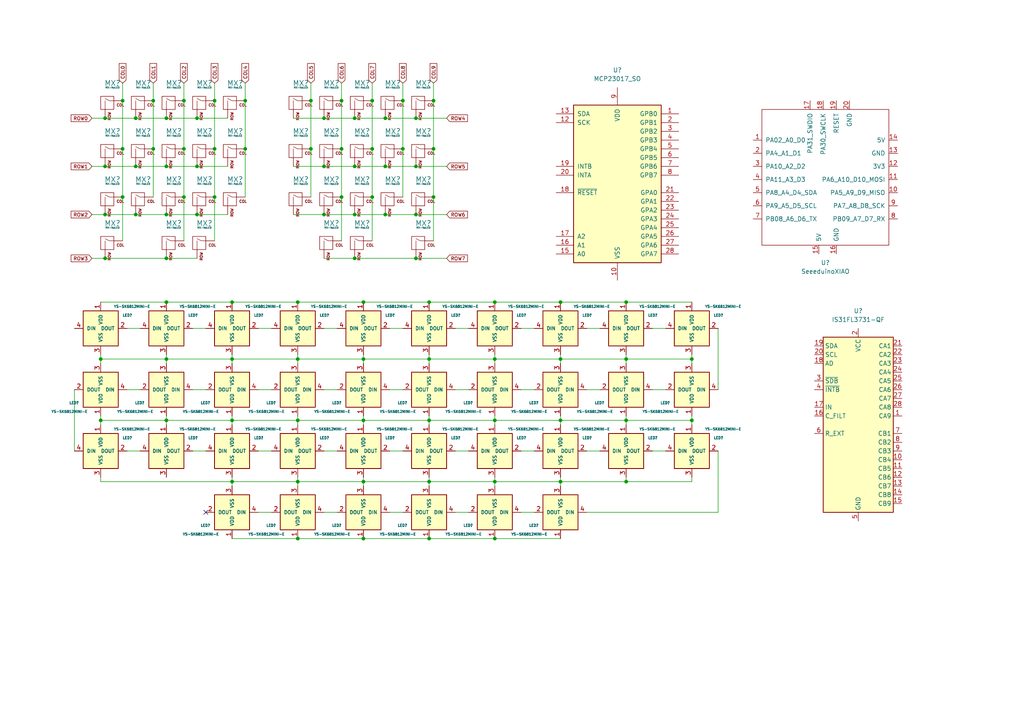
<source format=kicad_sch>
(kicad_sch (version 20210621) (generator eeschema)
  (paper "A4")
  (title_block (title "qazlice") (date "2021-11-16") (rev "1") (company "waffle"))
  (lib_symbols
    (symbol "Driver_LED:IS31FL3731-QF"
      (property "Reference" "U" (at -10.16 26.035 0))
      (property "Value" "IS31FL3731-QF" (at 2.54 -26.035 0))
      (symbol "IS31FL3731-QF_0_1"
        (rectangle (start -10.16 25.4) (end 10.16 -25.4) (stroke (width 0.254)) (fill (type background)))
      )
      (symbol "IS31FL3731-QF_1_1"
        (pin bidirectional line (at 12.7 2.54 180) (length 2.54) (name "CA9") (number "1"))
        (pin bidirectional line (at 12.7 -10.16 180) (length 2.54) (name "CB4") (number "10"))
        (pin bidirectional line (at 12.7 -12.7 180) (length 2.54) (name "CB5") (number "11"))
        (pin bidirectional line (at 12.7 -15.24 180) (length 2.54) (name "CB6") (number "12"))
        (pin bidirectional line (at 12.7 -17.78 180) (length 2.54) (name "CB7") (number "13"))
        (pin bidirectional line (at 12.7 -20.32 180) (length 2.54) (name "CB8") (number "14"))
        (pin bidirectional line (at 12.7 -22.86 180) (length 2.54) (name "CB9") (number "15"))
        (pin passive line (at -12.7 2.54 0) (length 2.54) (name "C_FILT") (number "16"))
        (pin input line (at -12.7 5.08 0) (length 2.54) (name "IN") (number "17"))
        (pin input line (at -12.7 17.78 0) (length 2.54) (name "AD") (number "18"))
        (pin bidirectional line (at -12.7 22.86 0) (length 2.54) (name "SDA") (number "19"))
        (pin power_in line (at 0 27.94 270) (length 2.54) (name "VCC") (number "2"))
        (pin input line (at -12.7 20.32 0) (length 2.54) (name "SCL") (number "20"))
        (pin bidirectional line (at 12.7 22.86 180) (length 2.54) (name "CA1") (number "21"))
        (pin bidirectional line (at 12.7 20.32 180) (length 2.54) (name "CA2") (number "22"))
        (pin bidirectional line (at 12.7 17.78 180) (length 2.54) (name "CA3") (number "23"))
        (pin bidirectional line (at 12.7 15.24 180) (length 2.54) (name "CA4") (number "24"))
        (pin bidirectional line (at 12.7 12.7 180) (length 2.54) (name "CA5") (number "25"))
        (pin bidirectional line (at 12.7 10.16 180) (length 2.54) (name "CA6") (number "26"))
        (pin bidirectional line (at 12.7 7.62 180) (length 2.54) (name "CA7") (number "27"))
        (pin bidirectional line (at 12.7 5.08 180) (length 2.54) (name "CA8") (number "28"))
        (pin passive line (at 0 -27.94 90) (length 2.54) hide (name "GND") (number "29"))
        (pin input line (at -12.7 12.7 0) (length 2.54) (name "~{SDB}") (number "3"))
        (pin open_collector line (at -12.7 10.16 0) (length 2.54) (name "~{INTB}") (number "4"))
        (pin power_in line (at 0 -27.94 90) (length 2.54) (name "GND") (number "5"))
        (pin passive line (at -12.7 -2.54 0) (length 2.54) (name "R_EXT") (number "6"))
        (pin bidirectional line (at 12.7 -2.54 180) (length 2.54) (name "CB1") (number "7"))
        (pin bidirectional line (at 12.7 -5.08 180) (length 2.54) (name "CB2") (number "8"))
        (pin bidirectional line (at 12.7 -7.62 180) (length 2.54) (name "CB3") (number "9"))
      )
    )
    (symbol "Interface_Expansion:MCP23017_SO" (pin_names (offset 1.016))
      (property "Reference" "U" (at -11.43 24.13 0))
      (property "Value" "MCP23017_SO" (at 0 0 0))
      (symbol "MCP23017_SO_0_1"
        (rectangle (start -12.7 22.86) (end 12.7 -22.86) (stroke (width 0.254)) (fill (type background)))
      )
      (symbol "MCP23017_SO_1_1"
        (pin bidirectional line (at 17.78 20.32 180) (length 5.08) (name "GPB0") (number "1"))
        (pin power_in line (at 0 -27.94 90) (length 5.08) (name "VSS") (number "10"))
        (pin no_connect line (at -12.7 15.24 0) (length 5.08) hide (name "NC") (number "11"))
        (pin input line (at -17.78 17.78 0) (length 5.08) (name "SCK") (number "12"))
        (pin bidirectional line (at -17.78 20.32 0) (length 5.08) (name "SDA") (number "13"))
        (pin no_connect line (at -12.7 12.7 0) (length 5.08) hide (name "NC") (number "14"))
        (pin input line (at -17.78 -20.32 0) (length 5.08) (name "A0") (number "15"))
        (pin input line (at -17.78 -17.78 0) (length 5.08) (name "A1") (number "16"))
        (pin input line (at -17.78 -15.24 0) (length 5.08) (name "A2") (number "17"))
        (pin input line (at -17.78 -2.54 0) (length 5.08) (name "~{RESET}") (number "18"))
        (pin tri_state line (at -17.78 5.08 0) (length 5.08) (name "INTB") (number "19"))
        (pin bidirectional line (at 17.78 17.78 180) (length 5.08) (name "GPB1") (number "2"))
        (pin tri_state line (at -17.78 2.54 0) (length 5.08) (name "INTA") (number "20"))
        (pin bidirectional line (at 17.78 -2.54 180) (length 5.08) (name "GPA0") (number "21"))
        (pin bidirectional line (at 17.78 -5.08 180) (length 5.08) (name "GPA1") (number "22"))
        (pin bidirectional line (at 17.78 -7.62 180) (length 5.08) (name "GPA2") (number "23"))
        (pin bidirectional line (at 17.78 -10.16 180) (length 5.08) (name "GPA3") (number "24"))
        (pin bidirectional line (at 17.78 -12.7 180) (length 5.08) (name "GPA4") (number "25"))
        (pin bidirectional line (at 17.78 -15.24 180) (length 5.08) (name "GPA5") (number "26"))
        (pin bidirectional line (at 17.78 -17.78 180) (length 5.08) (name "GPA6") (number "27"))
        (pin bidirectional line (at 17.78 -20.32 180) (length 5.08) (name "GPA7") (number "28"))
        (pin bidirectional line (at 17.78 15.24 180) (length 5.08) (name "GPB2") (number "3"))
        (pin bidirectional line (at 17.78 12.7 180) (length 5.08) (name "GPB3") (number "4"))
        (pin bidirectional line (at 17.78 10.16 180) (length 5.08) (name "GPB4") (number "5"))
        (pin bidirectional line (at 17.78 7.62 180) (length 5.08) (name "GPB5") (number "6"))
        (pin bidirectional line (at 17.78 5.08 180) (length 5.08) (name "GPB6") (number "7"))
        (pin bidirectional line (at 17.78 2.54 180) (length 5.08) (name "GPB7") (number "8"))
        (pin power_in line (at 0 27.94 270) (length 5.08) (name "VDD") (number "9"))
      )
    )
    (symbol "MX_Alps_Hybrid:MX-NoLED" (pin_names (offset 1.016))
      (property "Reference" "MX" (at -0.635 3.81 0))
      (property "Value" "MX-NoLED" (at -0.635 1.27 0))
      (symbol "MX-NoLED_0_0"
        (rectangle (start -2.54 2.54) (end 1.27 -1.27))
        (polyline (pts (xy -1.27 -1.27) (xy -1.27 1.27)) (stroke (width 0.127)))
        (polyline (pts (xy 1.27 1.27) (xy 0 1.27) (xy -1.27 1.905)) (stroke (width 0.127)))
        (text "COL" (at 3.175 0 0) (effects (font (size 0.762 0.762))))
        (text "ROW" (at 0 -1.905 900) (effects (font (size 0.762 0.762)) (justify right)))
      )
      (symbol "MX-NoLED_1_1"
        (pin passive line (at 3.81 1.27 180) (length 2.54) (name "COL") (number "1"))
        (pin passive line (at -1.27 -3.81 90) (length 2.54) (name "ROW") (number "2"))
      )
    )
    (symbol "kbd:YS-SK6812MINI-E" (pin_names (offset 1.016))
      (property "Reference" "LED" (at 2.54 -7.62 0))
      (property "Value" "YS-SK6812MINI-E" (at 6.35 -6.35 0))
      (symbol "YS-SK6812MINI-E_0_1"
        (rectangle (start -5.08 5.08) (end 5.08 -5.08) (stroke (width 0.254)) (fill (type background)))
      )
      (symbol "YS-SK6812MINI-E_1_1"
        (pin power_in line (at 0 7.62 270) (length 2.54) (name "VDD") (number "1"))
        (pin output line (at 7.62 0 180) (length 2.54) (name "DOUT") (number "2"))
        (pin power_in line (at 0 -7.62 90) (length 2.54) (name "VSS") (number "3"))
        (pin input line (at -7.62 0 0) (length 2.54) (name "DIN") (number "4"))
      )
    )
    (symbol "seeeduinoXiao:SeeeduinoXIAO" (pin_names (offset 1.016))
      (property "Reference" "U" (at -19.05 22.86 0))
      (property "Value" "SeeeduinoXIAO" (at -12.7 21.59 0))
      (symbol "SeeeduinoXIAO_0_1"
        (rectangle (start -19.05 20.32) (end 17.78 -19.05))
      )
      (symbol "SeeeduinoXIAO_1_1"
        (pin unspecified line (at -21.59 11.43 0) (length 2.54) (name "PA02_A0_D0") (number "1"))
        (pin unspecified line (at 20.32 -3.81 180) (length 2.54) (name "PA5_A9_D9_MISO") (number "10"))
        (pin unspecified line (at 20.32 0 180) (length 2.54) (name "PA6_A10_D10_MOSI") (number "11"))
        (pin unspecified line (at 20.32 3.81 180) (length 2.54) (name "3V3") (number "12"))
        (pin unspecified line (at 20.32 7.62 180) (length 2.54) (name "GND") (number "13"))
        (pin unspecified line (at 20.32 11.43 180) (length 2.54) (name "5V") (number "14"))
        (pin input line (at -2.54 -21.59 90) (length 2.54) (name "5V") (number "15"))
        (pin input line (at 2.54 -21.59 90) (length 2.54) (name "GND") (number "16"))
        (pin input line (at -5.08 22.86 270) (length 2.54) (name "PA31_SWDIO") (number "17"))
        (pin input line (at -1.27 22.86 270) (length 2.54) (name "PA30_SWCLK") (number "18"))
        (pin input line (at 2.54 22.86 270) (length 2.54) (name "RESET") (number "19"))
        (pin unspecified line (at -21.59 7.62 0) (length 2.54) (name "PA4_A1_D1") (number "2"))
        (pin input line (at 6.35 22.86 270) (length 2.54) (name "GND") (number "20"))
        (pin unspecified line (at -21.59 3.81 0) (length 2.54) (name "PA10_A2_D2") (number "3"))
        (pin unspecified line (at -21.59 0 0) (length 2.54) (name "PA11_A3_D3") (number "4"))
        (pin unspecified line (at -21.59 -3.81 0) (length 2.54) (name "PA8_A4_D4_SDA") (number "5"))
        (pin unspecified line (at -21.59 -7.62 0) (length 2.54) (name "PA9_A5_D5_SCL") (number "6"))
        (pin unspecified line (at -21.59 -11.43 0) (length 2.54) (name "PB08_A6_D6_TX") (number "7"))
        (pin unspecified line (at 20.32 -11.43 180) (length 2.54) (name "PB09_A7_D7_RX") (number "8"))
        (pin unspecified line (at 20.32 -7.62 180) (length 2.54) (name "PA7_A8_D8_SCK") (number "9"))
      )
    )
  )
  (junction (at 102.87 74.93))
  (junction (at 67.31 104.14))
  (junction (at 35.56 57.15))
  (junction (at 102.87 48.26))
  (junction (at 86.36 156.21))
  (junction (at 99.06 43.18))
  (junction (at 93.98 48.26))
  (junction (at 35.56 29.21))
  (junction (at 48.26 87.63))
  (junction (at 124.46 104.14))
  (junction (at 124.46 156.21))
  (junction (at 29.21 121.92))
  (junction (at 57.15 48.26))
  (junction (at 111.76 48.26))
  (junction (at 124.46 121.92))
  (junction (at 111.76 34.29))
  (junction (at 62.23 57.15))
  (junction (at 90.17 43.18))
  (junction (at 107.95 43.18))
  (junction (at 30.48 74.93))
  (junction (at 62.23 29.21))
  (junction (at 162.56 139.7))
  (junction (at 200.66 104.14))
  (junction (at 86.36 104.14))
  (junction (at 111.76 62.23))
  (junction (at 116.84 29.21))
  (junction (at 181.61 104.14))
  (junction (at 107.95 57.15))
  (junction (at 143.51 121.92))
  (junction (at 71.12 43.18))
  (junction (at 57.15 34.29))
  (junction (at 53.34 29.21))
  (junction (at 71.12 29.21))
  (junction (at 124.46 87.63))
  (junction (at 62.23 43.18))
  (junction (at 93.98 34.29))
  (junction (at 105.41 121.92))
  (junction (at 67.31 87.63))
  (junction (at 120.65 74.93))
  (junction (at 53.34 43.18))
  (junction (at 181.61 121.92))
  (junction (at 143.51 104.14))
  (junction (at 181.61 87.63))
  (junction (at 30.48 48.26))
  (junction (at 86.36 87.63))
  (junction (at 120.65 34.29))
  (junction (at 86.36 121.92))
  (junction (at 67.31 121.92))
  (junction (at 102.87 34.29))
  (junction (at 35.56 43.18))
  (junction (at 48.26 48.26))
  (junction (at 48.26 74.93))
  (junction (at 124.46 139.7))
  (junction (at 39.37 48.26))
  (junction (at 30.48 62.23))
  (junction (at 143.51 139.7))
  (junction (at 39.37 62.23))
  (junction (at 67.31 139.7))
  (junction (at 44.45 29.21))
  (junction (at 120.65 62.23))
  (junction (at 44.45 43.18))
  (junction (at 143.51 87.63))
  (junction (at 107.95 29.21))
  (junction (at 39.37 34.29))
  (junction (at 102.87 62.23))
  (junction (at 181.61 139.7))
  (junction (at 90.17 29.21))
  (junction (at 125.73 43.18))
  (junction (at 99.06 29.21))
  (junction (at 162.56 87.63))
  (junction (at 120.65 48.26))
  (junction (at 48.26 62.23))
  (junction (at 86.36 139.7))
  (junction (at 57.15 62.23))
  (junction (at 29.21 104.14))
  (junction (at 48.26 34.29))
  (junction (at 105.41 139.7))
  (junction (at 143.51 156.21))
  (junction (at 105.41 104.14))
  (junction (at 125.73 29.21))
  (junction (at 105.41 156.21))
  (junction (at 116.84 43.18))
  (junction (at 105.41 87.63))
  (junction (at 30.48 34.29))
  (junction (at 125.73 57.15))
  (junction (at 93.98 62.23))
  (junction (at 162.56 104.14))
  (junction (at 162.56 121.92))
  (junction (at 48.26 104.14))
  (junction (at 53.34 57.15))
  (junction (at 200.66 121.92))
  (junction (at 48.26 121.92))
  (junction (at 99.06 57.15))
  (no_connect (at 59.69 148.59))
  (wire (pts (xy 67.31 102.87) (xy 67.31 104.14)))
  (wire (pts (xy 74.93 95.25) (xy 78.74 95.25)))
  (wire (pts (xy 30.48 62.23) (xy 39.37 62.23)))
  (wire (pts (xy 39.37 62.23) (xy 48.26 62.23)))
  (wire (pts (xy 57.15 62.23) (xy 66.04 62.23)))
  (wire (pts (xy 48.26 62.23) (xy 57.15 62.23)))
  (wire (pts (xy 26.67 62.23) (xy 30.48 62.23)))
  (wire (pts (xy 132.08 95.25) (xy 135.89 95.25)))
  (wire (pts (xy 44.45 43.18) (xy 44.45 57.15)))
  (wire (pts (xy 44.45 29.21) (xy 44.45 43.18)))
  (wire (pts (xy 36.83 95.25) (xy 40.64 95.25)))
  (wire (pts (xy 143.51 156.21) (xy 162.56 156.21)))
  (wire (pts (xy 67.31 156.21) (xy 86.36 156.21)))
  (wire (pts (xy 86.36 156.21) (xy 105.41 156.21)))
  (wire (pts (xy 105.41 156.21) (xy 124.46 156.21)))
  (wire (pts (xy 124.46 156.21) (xy 143.51 156.21)))
  (wire (pts (xy 85.09 62.23) (xy 93.98 62.23)))
  (wire (pts (xy 93.98 62.23) (xy 102.87 62.23)))
  (wire (pts (xy 111.76 62.23) (xy 120.65 62.23)))
  (wire (pts (xy 102.87 62.23) (xy 111.76 62.23)))
  (wire (pts (xy 120.65 62.23) (xy 129.54 62.23)))
  (wire (pts (xy 181.61 104.14) (xy 181.61 105.41)))
  (wire (pts (xy 93.98 148.59) (xy 97.79 148.59)))
  (wire (pts (xy 71.12 24.13) (xy 71.12 29.21)))
  (wire (pts (xy 181.61 120.65) (xy 181.61 121.92)))
  (wire (pts (xy 86.36 121.92) (xy 86.36 123.19)))
  (wire (pts (xy 86.36 120.65) (xy 86.36 121.92)))
  (wire (pts (xy 124.46 102.87) (xy 124.46 104.14)))
  (wire (pts (xy 170.18 130.81) (xy 173.99 130.81)))
  (wire (pts (xy 74.93 148.59) (xy 78.74 148.59)))
  (wire (pts (xy 67.31 139.7) (xy 86.36 139.7)))
  (wire (pts (xy 29.21 139.7) (xy 67.31 139.7)))
  (wire (pts (xy 29.21 138.43) (xy 29.21 139.7)))
  (wire (pts (xy 200.66 139.7) (xy 200.66 138.43)))
  (wire (pts (xy 181.61 139.7) (xy 200.66 139.7)))
  (wire (pts (xy 162.56 139.7) (xy 181.61 139.7)))
  (wire (pts (xy 143.51 139.7) (xy 162.56 139.7)))
  (wire (pts (xy 124.46 139.7) (xy 143.51 139.7)))
  (wire (pts (xy 105.41 139.7) (xy 124.46 139.7)))
  (wire (pts (xy 86.36 139.7) (xy 105.41 139.7)))
  (wire (pts (xy 67.31 138.43) (xy 67.31 139.7)))
  (wire (pts (xy 29.21 121.92) (xy 29.21 123.19)))
  (wire (pts (xy 86.36 139.7) (xy 86.36 140.97)))
  (wire (pts (xy 30.48 74.93) (xy 48.26 74.93)))
  (wire (pts (xy 48.26 74.93) (xy 57.15 74.93)))
  (wire (pts (xy 26.67 74.93) (xy 30.48 74.93)))
  (wire (pts (xy 151.13 95.25) (xy 154.94 95.25)))
  (wire (pts (xy 105.41 121.92) (xy 105.41 123.19)))
  (wire (pts (xy 125.73 43.18) (xy 125.73 57.15)))
  (wire (pts (xy 125.73 29.21) (xy 125.73 43.18)))
  (wire (pts (xy 125.73 24.13) (xy 125.73 29.21)))
  (wire (pts (xy 125.73 57.15) (xy 125.73 69.85)))
  (wire (pts (xy 111.76 34.29) (xy 120.65 34.29)))
  (wire (pts (xy 85.09 34.29) (xy 93.98 34.29)))
  (wire (pts (xy 93.98 34.29) (xy 102.87 34.29)))
  (wire (pts (xy 120.65 34.29) (xy 129.54 34.29)))
  (wire (pts (xy 102.87 34.29) (xy 111.76 34.29)))
  (wire (pts (xy 90.17 43.18) (xy 90.17 57.15)))
  (wire (pts (xy 90.17 29.21) (xy 90.17 43.18)))
  (wire (pts (xy 90.17 24.13) (xy 90.17 29.21)))
  (wire (pts (xy 55.88 130.81) (xy 59.69 130.81)))
  (wire (pts (xy 55.88 95.25) (xy 59.69 95.25)))
  (wire (pts (xy 55.88 113.03) (xy 59.69 113.03)))
  (wire (pts (xy 116.84 43.18) (xy 116.84 57.15)))
  (wire (pts (xy 116.84 29.21) (xy 116.84 43.18)))
  (wire (pts (xy 116.84 24.13) (xy 116.84 29.21)))
  (wire (pts (xy 200.66 121.92) (xy 200.66 123.19)))
  (wire (pts (xy 162.56 102.87) (xy 162.56 104.14)))
  (wire (pts (xy 93.98 74.93) (xy 102.87 74.93)))
  (wire (pts (xy 102.87 74.93) (xy 120.65 74.93)))
  (wire (pts (xy 120.65 74.93) (xy 129.54 74.93)))
  (wire (pts (xy 62.23 24.13) (xy 62.23 29.21)))
  (wire (pts (xy 151.13 130.81) (xy 154.94 130.81)))
  (wire (pts (xy 29.21 120.65) (xy 29.21 121.92)))
  (wire (pts (xy 48.26 120.65) (xy 48.26 121.92)))
  (wire (pts (xy 93.98 130.81) (xy 97.79 130.81)))
  (wire (pts (xy 67.31 120.65) (xy 67.31 121.92)))
  (wire (pts (xy 99.06 43.18) (xy 99.06 57.15)))
  (wire (pts (xy 99.06 24.13) (xy 99.06 29.21)))
  (wire (pts (xy 99.06 29.21) (xy 99.06 43.18)))
  (wire (pts (xy 181.61 121.92) (xy 181.61 123.19)))
  (wire (pts (xy 67.31 121.92) (xy 67.31 123.19)))
  (wire (pts (xy 113.03 130.81) (xy 116.84 130.81)))
  (wire (pts (xy 62.23 43.18) (xy 62.23 57.15)))
  (wire (pts (xy 62.23 29.21) (xy 62.23 43.18)))
  (wire (pts (xy 62.23 57.15) (xy 62.23 69.85)))
  (wire (pts (xy 113.03 95.25) (xy 116.84 95.25)))
  (wire (pts (xy 162.56 104.14) (xy 162.56 105.41)))
  (wire (pts (xy 170.18 113.03) (xy 173.99 113.03)))
  (wire (pts (xy 35.56 57.15) (xy 35.56 69.85)))
  (wire (pts (xy 35.56 43.18) (xy 35.56 57.15)))
  (wire (pts (xy 35.56 29.21) (xy 35.56 43.18)))
  (wire (pts (xy 208.28 130.81) (xy 208.28 148.59)))
  (wire (pts (xy 208.28 148.59) (xy 170.18 148.59)))
  (wire (pts (xy 208.28 95.25) (xy 208.28 113.03)))
  (wire (pts (xy 189.23 130.81) (xy 193.04 130.81)))
  (wire (pts (xy 67.31 121.92) (xy 86.36 121.92)))
  (wire (pts (xy 48.26 121.92) (xy 67.31 121.92)))
  (wire (pts (xy 29.21 121.92) (xy 48.26 121.92)))
  (wire (pts (xy 86.36 121.92) (xy 105.41 121.92)))
  (wire (pts (xy 162.56 121.92) (xy 181.61 121.92)))
  (wire (pts (xy 200.66 121.92) (xy 200.66 120.65)))
  (wire (pts (xy 181.61 121.92) (xy 200.66 121.92)))
  (wire (pts (xy 143.51 121.92) (xy 162.56 121.92)))
  (wire (pts (xy 124.46 121.92) (xy 143.51 121.92)))
  (wire (pts (xy 105.41 121.92) (xy 124.46 121.92)))
  (wire (pts (xy 48.26 121.92) (xy 48.26 123.19)))
  (wire (pts (xy 181.61 138.43) (xy 181.61 139.7)))
  (wire (pts (xy 132.08 130.81) (xy 135.89 130.81)))
  (wire (pts (xy 143.51 139.7) (xy 143.51 140.97)))
  (wire (pts (xy 67.31 104.14) (xy 67.31 105.41)))
  (wire (pts (xy 53.34 24.13) (xy 53.34 29.21)))
  (wire (pts (xy 124.46 139.7) (xy 124.46 140.97)))
  (wire (pts (xy 107.95 43.18) (xy 107.95 57.15)))
  (wire (pts (xy 107.95 24.13) (xy 107.95 29.21)))
  (wire (pts (xy 107.95 29.21) (xy 107.95 43.18)))
  (wire (pts (xy 107.95 57.15) (xy 107.95 69.85)))
  (wire (pts (xy 105.41 102.87) (xy 105.41 104.14)))
  (wire (pts (xy 44.45 24.13) (xy 44.45 29.21)))
  (wire (pts (xy 143.51 138.43) (xy 143.51 139.7)))
  (wire (pts (xy 36.83 130.81) (xy 40.64 130.81)))
  (wire (pts (xy 36.83 113.03) (xy 40.64 113.03)))
  (wire (pts (xy 48.26 104.14) (xy 29.21 104.14)))
  (wire (pts (xy 67.31 104.14) (xy 48.26 104.14)))
  (wire (pts (xy 86.36 104.14) (xy 67.31 104.14)))
  (wire (pts (xy 105.41 104.14) (xy 86.36 104.14)))
  (wire (pts (xy 162.56 104.14) (xy 143.51 104.14)))
  (wire (pts (xy 181.61 104.14) (xy 162.56 104.14)))
  (wire (pts (xy 124.46 104.14) (xy 105.41 104.14)))
  (wire (pts (xy 143.51 104.14) (xy 124.46 104.14)))
  (wire (pts (xy 200.66 104.14) (xy 181.61 104.14)))
  (wire (pts (xy 29.21 104.14) (xy 29.21 105.41)))
  (wire (pts (xy 99.06 57.15) (xy 99.06 69.85)))
  (wire (pts (xy 93.98 113.03) (xy 97.79 113.03)))
  (wire (pts (xy 48.26 102.87) (xy 48.26 104.14)))
  (wire (pts (xy 86.36 102.87) (xy 86.36 104.14)))
  (wire (pts (xy 132.08 148.59) (xy 135.89 148.59)))
  (wire (pts (xy 143.51 104.14) (xy 143.51 105.41)))
  (wire (pts (xy 124.46 138.43) (xy 124.46 139.7)))
  (wire (pts (xy 67.31 87.63) (xy 86.36 87.63)))
  (wire (pts (xy 86.36 87.63) (xy 105.41 87.63)))
  (wire (pts (xy 143.51 87.63) (xy 162.56 87.63)))
  (wire (pts (xy 181.61 87.63) (xy 200.66 87.63)))
  (wire (pts (xy 162.56 87.63) (xy 181.61 87.63)))
  (wire (pts (xy 124.46 87.63) (xy 143.51 87.63)))
  (wire (pts (xy 48.26 87.63) (xy 67.31 87.63)))
  (wire (pts (xy 105.41 87.63) (xy 124.46 87.63)))
  (wire (pts (xy 29.21 87.63) (xy 48.26 87.63)))
  (wire (pts (xy 105.41 139.7) (xy 105.41 140.97)))
  (wire (pts (xy 200.66 104.14) (xy 200.66 105.41)))
  (wire (pts (xy 113.03 148.59) (xy 116.84 148.59)))
  (wire (pts (xy 124.46 104.14) (xy 124.46 105.41)))
  (wire (pts (xy 35.56 24.13) (xy 35.56 29.21)))
  (wire (pts (xy 53.34 43.18) (xy 53.34 57.15)))
  (wire (pts (xy 53.34 29.21) (xy 53.34 43.18)))
  (wire (pts (xy 53.34 57.15) (xy 53.34 69.85)))
  (wire (pts (xy 132.08 113.03) (xy 135.89 113.03)))
  (wire (pts (xy 74.93 130.81) (xy 78.74 130.81)))
  (wire (pts (xy 162.56 138.43) (xy 162.56 139.7)))
  (wire (pts (xy 170.18 95.25) (xy 173.99 95.25)))
  (wire (pts (xy 21.59 113.03) (xy 21.59 130.81)))
  (wire (pts (xy 74.93 113.03) (xy 78.74 113.03)))
  (wire (pts (xy 143.51 121.92) (xy 143.51 123.19)))
  (wire (pts (xy 105.41 138.43) (xy 105.41 139.7)))
  (wire (pts (xy 124.46 121.92) (xy 124.46 123.19)))
  (wire (pts (xy 67.31 139.7) (xy 67.31 140.97)))
  (wire (pts (xy 124.46 120.65) (xy 124.46 121.92)))
  (wire (pts (xy 143.51 120.65) (xy 143.51 121.92)))
  (wire (pts (xy 105.41 104.14) (xy 105.41 105.41)))
  (wire (pts (xy 181.61 102.87) (xy 181.61 104.14)))
  (wire (pts (xy 162.56 121.92) (xy 162.56 123.19)))
  (wire (pts (xy 39.37 48.26) (xy 48.26 48.26)))
  (wire (pts (xy 48.26 48.26) (xy 57.15 48.26)))
  (wire (pts (xy 26.67 48.26) (xy 30.48 48.26)))
  (wire (pts (xy 30.48 48.26) (xy 39.37 48.26)))
  (wire (pts (xy 57.15 48.26) (xy 66.04 48.26)))
  (wire (pts (xy 143.51 102.87) (xy 143.51 104.14)))
  (wire (pts (xy 189.23 113.03) (xy 193.04 113.03)))
  (wire (pts (xy 29.21 102.87) (xy 29.21 104.14)))
  (wire (pts (xy 102.87 48.26) (xy 111.76 48.26)))
  (wire (pts (xy 111.76 48.26) (xy 120.65 48.26)))
  (wire (pts (xy 93.98 48.26) (xy 102.87 48.26)))
  (wire (pts (xy 85.09 48.26) (xy 93.98 48.26)))
  (wire (pts (xy 120.65 48.26) (xy 129.54 48.26)))
  (wire (pts (xy 200.66 102.87) (xy 200.66 104.14)))
  (wire (pts (xy 151.13 148.59) (xy 154.94 148.59)))
  (wire (pts (xy 71.12 43.18) (xy 71.12 57.15)))
  (wire (pts (xy 71.12 29.21) (xy 71.12 43.18)))
  (wire (pts (xy 189.23 95.25) (xy 193.04 95.25)))
  (wire (pts (xy 105.41 120.65) (xy 105.41 121.92)))
  (wire (pts (xy 151.13 113.03) (xy 154.94 113.03)))
  (wire (pts (xy 113.03 113.03) (xy 116.84 113.03)))
  (wire (pts (xy 162.56 139.7) (xy 162.56 140.97)))
  (wire (pts (xy 162.56 120.65) (xy 162.56 121.92)))
  (wire (pts (xy 93.98 95.25) (xy 97.79 95.25)))
  (wire (pts (xy 48.26 104.14) (xy 48.26 105.41)))
  (wire (pts (xy 86.36 138.43) (xy 86.36 139.7)))
  (wire (pts (xy 86.36 104.14) (xy 86.36 105.41)))
  (wire (pts (xy 48.26 34.29) (xy 57.15 34.29)))
  (wire (pts (xy 57.15 34.29) (xy 66.04 34.29)))
  (wire (pts (xy 30.48 34.29) (xy 39.37 34.29)))
  (wire (pts (xy 26.67 34.29) (xy 30.48 34.29)))
  (wire (pts (xy 39.37 34.29) (xy 48.26 34.29)))
  (global_label "ROW3" (shape input) (at 26.67 74.93 180) (effects (font (size 1 1))) (property "Intersheet References" "${INTERSHEET_REFS}" (effects hide)))
  (global_label "ROW4" (shape input) (at 129.54 34.29 0) (effects (font (size 1 1))) (property "Intersheet References" "${INTERSHEET_REFS}" (effects hide)))
  (global_label "COL0" (shape input) (at 35.56 24.13 90) (effects (font (size 1 1))) (property "Intersheet References" "${INTERSHEET_REFS}" (effects hide)))
  (global_label "COL3" (shape input) (at 62.23 24.13 90) (effects (font (size 1 1))) (property "Intersheet References" "${INTERSHEET_REFS}" (effects hide)))
  (global_label "COL1" (shape input) (at 44.45 24.13 90) (effects (font (size 1 1))) (property "Intersheet References" "${INTERSHEET_REFS}" (effects hide)))
  (global_label "COL5" (shape input) (at 90.17 24.13 90) (effects (font (size 1 1))) (property "Intersheet References" "${INTERSHEET_REFS}" (effects hide)))
  (global_label "COL8" (shape input) (at 116.84 24.13 90) (effects (font (size 1 1))) (property "Intersheet References" "${INTERSHEET_REFS}" (effects hide)))
  (global_label "ROW6" (shape input) (at 129.54 62.23 0) (effects (font (size 1 1))) (property "Intersheet References" "${INTERSHEET_REFS}" (effects hide)))
  (global_label "COL4" (shape input) (at 71.12 24.13 90) (effects (font (size 1 1))) (property "Intersheet References" "${INTERSHEET_REFS}" (effects hide)))
  (global_label "ROW5" (shape input) (at 129.54 48.26 0) (effects (font (size 1 1))) (property "Intersheet References" "${INTERSHEET_REFS}" (effects hide)))
  (global_label "ROW7" (shape input) (at 129.54 74.93 0) (effects (font (size 1 1))) (property "Intersheet References" "${INTERSHEET_REFS}" (effects hide)))
  (global_label "COL7" (shape input) (at 107.95 24.13 90) (effects (font (size 1 1))) (property "Intersheet References" "${INTERSHEET_REFS}" (effects hide)))
  (global_label "COL2" (shape input) (at 53.34 24.13 90) (effects (font (size 1 1))) (property "Intersheet References" "${INTERSHEET_REFS}" (effects hide)))
  (global_label "ROW2" (shape input) (at 26.67 62.23 180) (effects (font (size 1 1))) (property "Intersheet References" "${INTERSHEET_REFS}" (effects hide)))
  (global_label "ROW0" (shape input) (at 26.67 34.29 180) (effects (font (size 1 1))) (property "Intersheet References" "${INTERSHEET_REFS}" (effects hide)))
  (global_label "ROW1" (shape input) (at 26.67 48.26 180) (effects (font (size 1 1))) (property "Intersheet References" "${INTERSHEET_REFS}" (effects hide)))
  (global_label "COL9" (shape input) (at 125.73 24.13 90) (effects (font (size 1 1))) (property "Intersheet References" "${INTERSHEET_REFS}" (effects hide)))
  (global_label "COL6" (shape input) (at 99.06 24.13 90) (effects (font (size 1 1))) (property "Intersheet References" "${INTERSHEET_REFS}" (effects hide)))
  (symbol (lib_id "MX_Alps_Hybrid:MX-NoLED") (at 113.03 58.42 0) (unit 1)
    (property "Reference" "MX?" (at 113.9156 52.07 0) (effects (font (size 1.524 1.524))))
    (property "Value" "MX-NoLED" (at 113.9156 53.34 0) (effects (font (size 0.508 0.508))))
  )
  (symbol (lib_id "MX_Alps_Hybrid:MX-NoLED") (at 104.14 71.12 0) (unit 1)
    (property "Reference" "MX?" (at 105.0256 64.77 0) (effects (font (size 1.524 1.524))))
    (property "Value" "MX-NoLED" (at 105.0256 66.04 0) (effects (font (size 0.508 0.508))))
  )
  (symbol (lib_id "kbd:YS-SK6812MINI-E") (at 105.41 130.81 0) (unit 1)
    (property "Reference" "LED?" (at 111.76 127 0) (effects (font (size 0.7366 0.7366)) (justify left)))
    (property "Value" "YS-SK6812MINI-E" (at 109.22 124.46 0) (effects (font (size 0.7366 0.7366)) (justify left)))
  )
  (symbol (lib_id "MX_Alps_Hybrid:MX-NoLED") (at 49.53 44.45 0) (unit 1)
    (property "Reference" "MX?" (at 50.4156 38.1 0) (effects (font (size 1.524 1.524))))
    (property "Value" "MX-NoLED" (at 50.4156 39.37 0) (effects (font (size 0.508 0.508))))
  )
  (symbol (lib_id "kbd:YS-SK6812MINI-E") (at 143.51 148.59 180) (unit 1)
    (property "Reference" "LED?" (at 137.16 152.4 0) (effects (font (size 0.7366 0.7366)) (justify left)))
    (property "Value" "YS-SK6812MINI-E" (at 139.7 154.94 0) (effects (font (size 0.7366 0.7366)) (justify left)))
  )
  (symbol (lib_id "kbd:YS-SK6812MINI-E") (at 67.31 95.25 0) (unit 1)
    (property "Reference" "LED?" (at 73.66 91.44 0) (effects (font (size 0.7366 0.7366)) (justify left)))
    (property "Value" "YS-SK6812MINI-E" (at 71.12 88.9 0) (effects (font (size 0.7366 0.7366)) (justify left)))
  )
  (symbol (lib_id "kbd:YS-SK6812MINI-E") (at 67.31 113.03 180) (unit 1)
    (property "Reference" "LED?" (at 60.96 116.84 0) (effects (font (size 0.7366 0.7366)) (justify left)))
    (property "Value" "YS-SK6812MINI-E" (at 63.5 119.38 0) (effects (font (size 0.7366 0.7366)) (justify left)))
  )
  (symbol (lib_id "MX_Alps_Hybrid:MX-NoLED") (at 104.14 30.48 0) (unit 1)
    (property "Reference" "MX?" (at 105.0256 24.13 0) (effects (font (size 1.524 1.524))))
    (property "Value" "MX-NoLED" (at 105.0256 25.4 0) (effects (font (size 0.508 0.508))))
  )
  (symbol (lib_id "kbd:YS-SK6812MINI-E") (at 181.61 95.25 0) (unit 1)
    (property "Reference" "LED?" (at 187.96 91.44 0) (effects (font (size 0.7366 0.7366)) (justify left)))
    (property "Value" "YS-SK6812MINI-E" (at 185.42 88.9 0) (effects (font (size 0.7366 0.7366)) (justify left)))
  )
  (symbol (lib_id "MX_Alps_Hybrid:MX-NoLED") (at 49.53 58.42 0) (unit 1)
    (property "Reference" "MX?" (at 50.4156 52.07 0) (effects (font (size 1.524 1.524))))
    (property "Value" "MX-NoLED" (at 50.4156 53.34 0) (effects (font (size 0.508 0.508))))
  )
  (symbol (lib_id "kbd:YS-SK6812MINI-E") (at 200.66 113.03 180) (unit 1)
    (property "Reference" "LED?" (at 194.31 116.84 0) (effects (font (size 0.7366 0.7366)) (justify left)))
    (property "Value" "YS-SK6812MINI-E" (at 196.85 119.38 0) (effects (font (size 0.7366 0.7366)) (justify left)))
  )
  (symbol (lib_id "kbd:YS-SK6812MINI-E") (at 67.31 130.81 0) (unit 1)
    (property "Reference" "LED?" (at 73.66 127 0) (effects (font (size 0.7366 0.7366)) (justify left)))
    (property "Value" "YS-SK6812MINI-E" (at 71.12 124.46 0) (effects (font (size 0.7366 0.7366)) (justify left)))
  )
  (symbol (lib_id "kbd:YS-SK6812MINI-E") (at 29.21 130.81 0) (unit 1)
    (property "Reference" "LED?" (at 35.56 127 0) (effects (font (size 0.7366 0.7366)) (justify left)))
    (property "Value" "YS-SK6812MINI-E" (at 33.02 124.46 0) (effects (font (size 0.7366 0.7366)) (justify left)))
  )
  (symbol (lib_id "Interface_Expansion:MCP23017_SO") (at 179.07 53.34 0) (unit 1)
    (property "Reference" "U?" (at 179.07 20.32 0))
    (property "Value" "MCP23017_SO" (at 179.07 22.86 0))
    (property "Footprint" "Package_SO:SOIC-28W_7.5x17.9mm_P1.27mm" (effects hide))
    (property "Datasheet" "http://ww1.microchip.com/downloads/en/DeviceDoc/20001952C.pdf" (effects hide))
  )
  (symbol (lib_id "MX_Alps_Hybrid:MX-NoLED") (at 86.36 30.48 0) (unit 1)
    (property "Reference" "MX?" (at 87.2456 24.13 0) (effects (font (size 1.524 1.524))))
    (property "Value" "MX-NoLED" (at 87.2456 25.4 0) (effects (font (size 0.508 0.508))))
  )
  (symbol (lib_id "MX_Alps_Hybrid:MX-NoLED") (at 58.42 30.48 0) (unit 1)
    (property "Reference" "MX?" (at 59.3056 24.13 0) (effects (font (size 1.524 1.524))))
    (property "Value" "MX-NoLED" (at 59.3056 25.4 0) (effects (font (size 0.508 0.508))))
  )
  (symbol (lib_id "kbd:YS-SK6812MINI-E") (at 48.26 113.03 180) (unit 1)
    (property "Reference" "LED?" (at 41.91 116.84 0) (effects (font (size 0.7366 0.7366)) (justify left)))
    (property "Value" "YS-SK6812MINI-E" (at 44.45 119.38 0) (effects (font (size 0.7366 0.7366)) (justify left)))
  )
  (symbol (lib_id "MX_Alps_Hybrid:MX-NoLED") (at 40.64 30.48 0) (unit 1)
    (property "Reference" "MX?" (at 41.5256 24.13 0) (effects (font (size 1.524 1.524))))
    (property "Value" "MX-NoLED" (at 41.5256 25.4 0) (effects (font (size 0.508 0.508))))
  )
  (symbol (lib_id "kbd:YS-SK6812MINI-E") (at 67.31 148.59 180) (unit 1)
    (property "Reference" "LED?" (at 60.96 152.4 0) (effects (font (size 0.7366 0.7366)) (justify left)))
    (property "Value" "YS-SK6812MINI-E" (at 63.5 154.94 0) (effects (font (size 0.7366 0.7366)) (justify left)))
  )
  (symbol (lib_id "kbd:YS-SK6812MINI-E") (at 143.51 130.81 0) (unit 1)
    (property "Reference" "LED?" (at 149.86 127 0) (effects (font (size 0.7366 0.7366)) (justify left)))
    (property "Value" "YS-SK6812MINI-E" (at 147.32 124.46 0) (effects (font (size 0.7366 0.7366)) (justify left)))
  )
  (symbol (lib_id "kbd:YS-SK6812MINI-E") (at 124.46 148.59 180) (unit 1)
    (property "Reference" "LED?" (at 118.11 152.4 0) (effects (font (size 0.7366 0.7366)) (justify left)))
    (property "Value" "YS-SK6812MINI-E" (at 120.65 154.94 0) (effects (font (size 0.7366 0.7366)) (justify left)))
  )
  (symbol (lib_id "kbd:YS-SK6812MINI-E") (at 124.46 95.25 0) (unit 1)
    (property "Reference" "LED?" (at 130.81 91.44 0) (effects (font (size 0.7366 0.7366)) (justify left)))
    (property "Value" "YS-SK6812MINI-E" (at 128.27 88.9 0) (effects (font (size 0.7366 0.7366)) (justify left)))
  )
  (symbol (lib_id "MX_Alps_Hybrid:MX-NoLED") (at 58.42 58.42 0) (unit 1)
    (property "Reference" "MX?" (at 59.3056 52.07 0) (effects (font (size 1.524 1.524))))
    (property "Value" "MX-NoLED" (at 59.3056 53.34 0) (effects (font (size 0.508 0.508))))
  )
  (symbol (lib_id "MX_Alps_Hybrid:MX-NoLED") (at 40.64 44.45 0) (unit 1)
    (property "Reference" "MX?" (at 41.5256 38.1 0) (effects (font (size 1.524 1.524))))
    (property "Value" "MX-NoLED" (at 41.5256 39.37 0) (effects (font (size 0.508 0.508))))
  )
  (symbol (lib_id "MX_Alps_Hybrid:MX-NoLED") (at 121.92 30.48 0) (unit 1)
    (property "Reference" "MX?" (at 122.8056 24.13 0) (effects (font (size 1.524 1.524))))
    (property "Value" "MX-NoLED" (at 122.8056 25.4 0) (effects (font (size 0.508 0.508))))
  )
  (symbol (lib_id "MX_Alps_Hybrid:MX-NoLED") (at 121.92 71.12 0) (unit 1)
    (property "Reference" "MX?" (at 122.8056 64.77 0) (effects (font (size 1.524 1.524))))
    (property "Value" "MX-NoLED" (at 122.8056 66.04 0) (effects (font (size 0.508 0.508))))
  )
  (symbol (lib_id "kbd:YS-SK6812MINI-E") (at 124.46 130.81 0) (unit 1)
    (property "Reference" "LED?" (at 130.81 127 0) (effects (font (size 0.7366 0.7366)) (justify left)))
    (property "Value" "YS-SK6812MINI-E" (at 128.27 124.46 0) (effects (font (size 0.7366 0.7366)) (justify left)))
  )
  (symbol (lib_id "kbd:YS-SK6812MINI-E") (at 162.56 95.25 0) (unit 1)
    (property "Reference" "LED?" (at 168.91 91.44 0) (effects (font (size 0.7366 0.7366)) (justify left)))
    (property "Value" "YS-SK6812MINI-E" (at 166.37 88.9 0) (effects (font (size 0.7366 0.7366)) (justify left)))
  )
  (symbol (lib_id "kbd:YS-SK6812MINI-E") (at 124.46 113.03 180) (unit 1)
    (property "Reference" "LED?" (at 118.11 116.84 0) (effects (font (size 0.7366 0.7366)) (justify left)))
    (property "Value" "YS-SK6812MINI-E" (at 120.65 119.38 0) (effects (font (size 0.7366 0.7366)) (justify left)))
  )
  (symbol (lib_id "kbd:YS-SK6812MINI-E") (at 86.36 130.81 0) (unit 1)
    (property "Reference" "LED?" (at 92.71 127 0) (effects (font (size 0.7366 0.7366)) (justify left)))
    (property "Value" "YS-SK6812MINI-E" (at 90.17 124.46 0) (effects (font (size 0.7366 0.7366)) (justify left)))
  )
  (symbol (lib_id "MX_Alps_Hybrid:MX-NoLED") (at 121.92 44.45 0) (unit 1)
    (property "Reference" "MX?" (at 122.8056 38.1 0) (effects (font (size 1.524 1.524))))
    (property "Value" "MX-NoLED" (at 122.8056 39.37 0) (effects (font (size 0.508 0.508))))
  )
  (symbol (lib_id "MX_Alps_Hybrid:MX-NoLED") (at 31.75 58.42 0) (unit 1)
    (property "Reference" "MX?" (at 32.6356 52.07 0) (effects (font (size 1.524 1.524))))
    (property "Value" "MX-NoLED" (at 32.6356 53.34 0) (effects (font (size 0.508 0.508))))
  )
  (symbol (lib_id "MX_Alps_Hybrid:MX-NoLED") (at 67.31 44.45 0) (unit 1)
    (property "Reference" "MX?" (at 68.1956 38.1 0) (effects (font (size 1.524 1.524))))
    (property "Value" "MX-NoLED" (at 68.1956 39.37 0) (effects (font (size 0.508 0.508))))
  )
  (symbol (lib_id "seeeduinoXiao:SeeeduinoXIAO") (at 240.03 52.07 0) (unit 1)
    (property "Reference" "U?" (at 239.395 76.2 0))
    (property "Value" "SeeeduinoXIAO" (at 239.395 78.74 0))
  )
  (symbol (lib_id "kbd:YS-SK6812MINI-E") (at 105.41 95.25 0) (unit 1)
    (property "Reference" "LED?" (at 111.76 91.44 0) (effects (font (size 0.7366 0.7366)) (justify left)))
    (property "Value" "YS-SK6812MINI-E" (at 109.22 88.9 0) (effects (font (size 0.7366 0.7366)) (justify left)))
  )
  (symbol (lib_id "MX_Alps_Hybrid:MX-NoLED") (at 49.53 71.12 0) (unit 1)
    (property "Reference" "MX?" (at 50.4156 64.77 0) (effects (font (size 1.524 1.524))))
    (property "Value" "MX-NoLED" (at 50.4156 66.04 0) (effects (font (size 0.508 0.508))))
  )
  (symbol (lib_id "MX_Alps_Hybrid:MX-NoLED") (at 86.36 58.42 0) (unit 1)
    (property "Reference" "MX?" (at 87.2456 52.07 0) (effects (font (size 1.524 1.524))))
    (property "Value" "MX-NoLED" (at 87.2456 53.34 0) (effects (font (size 0.508 0.508))))
  )
  (symbol (lib_id "kbd:YS-SK6812MINI-E") (at 200.66 130.81 0) (unit 1)
    (property "Reference" "LED?" (at 207.01 127 0) (effects (font (size 0.7366 0.7366)) (justify left)))
    (property "Value" "YS-SK6812MINI-E" (at 204.47 124.46 0) (effects (font (size 0.7366 0.7366)) (justify left)))
  )
  (symbol (lib_id "MX_Alps_Hybrid:MX-NoLED") (at 113.03 30.48 0) (unit 1)
    (property "Reference" "MX?" (at 113.9156 24.13 0) (effects (font (size 1.524 1.524))))
    (property "Value" "MX-NoLED" (at 113.9156 25.4 0) (effects (font (size 0.508 0.508))))
  )
  (symbol (lib_id "Driver_LED:IS31FL3731-QF") (at 248.92 123.19 0) (unit 1)
    (property "Reference" "U?" (at 248.92 90.17 0))
    (property "Value" "IS31FL3731-QF" (at 248.92 92.71 0))
    (property "Footprint" "Package_DFN_QFN:QFN-28-1EP_4x4mm_P0.4mm_EP2.3x2.3mm" (effects hide))
    (property "Datasheet" "http://www.issi.com/WW/pdf/31FL3731.pdf" (effects hide))
  )
  (symbol (lib_id "kbd:YS-SK6812MINI-E") (at 162.56 130.81 0) (unit 1)
    (property "Reference" "LED?" (at 168.91 127 0) (effects (font (size 0.7366 0.7366)) (justify left)))
    (property "Value" "YS-SK6812MINI-E" (at 166.37 124.46 0) (effects (font (size 0.7366 0.7366)) (justify left)))
  )
  (symbol (lib_id "MX_Alps_Hybrid:MX-NoLED") (at 31.75 71.12 0) (unit 1)
    (property "Reference" "MX?" (at 32.6356 64.77 0) (effects (font (size 1.524 1.524))))
    (property "Value" "MX-NoLED" (at 32.6356 66.04 0) (effects (font (size 0.508 0.508))))
  )
  (symbol (lib_id "kbd:YS-SK6812MINI-E") (at 86.36 95.25 0) (unit 1)
    (property "Reference" "LED?" (at 92.71 91.44 0) (effects (font (size 0.7366 0.7366)) (justify left)))
    (property "Value" "YS-SK6812MINI-E" (at 90.17 88.9 0) (effects (font (size 0.7366 0.7366)) (justify left)))
  )
  (symbol (lib_id "MX_Alps_Hybrid:MX-NoLED") (at 104.14 44.45 0) (unit 1)
    (property "Reference" "MX?" (at 105.0256 38.1 0) (effects (font (size 1.524 1.524))))
    (property "Value" "MX-NoLED" (at 105.0256 39.37 0) (effects (font (size 0.508 0.508))))
  )
  (symbol (lib_id "MX_Alps_Hybrid:MX-NoLED") (at 95.25 44.45 0) (unit 1)
    (property "Reference" "MX?" (at 96.1356 38.1 0) (effects (font (size 1.524 1.524))))
    (property "Value" "MX-NoLED" (at 96.1356 39.37 0) (effects (font (size 0.508 0.508))))
  )
  (symbol (lib_id "kbd:YS-SK6812MINI-E") (at 86.36 113.03 180) (unit 1)
    (property "Reference" "LED?" (at 80.01 116.84 0) (effects (font (size 0.7366 0.7366)) (justify left)))
    (property "Value" "YS-SK6812MINI-E" (at 82.55 119.38 0) (effects (font (size 0.7366 0.7366)) (justify left)))
  )
  (symbol (lib_id "MX_Alps_Hybrid:MX-NoLED") (at 95.25 71.12 0) (unit 1)
    (property "Reference" "MX?" (at 96.1356 64.77 0) (effects (font (size 1.524 1.524))))
    (property "Value" "MX-NoLED" (at 96.1356 66.04 0) (effects (font (size 0.508 0.508))))
  )
  (symbol (lib_id "MX_Alps_Hybrid:MX-NoLED") (at 121.92 58.42 0) (unit 1)
    (property "Reference" "MX?" (at 122.8056 52.07 0) (effects (font (size 1.524 1.524))))
    (property "Value" "MX-NoLED" (at 122.8056 53.34 0) (effects (font (size 0.508 0.508))))
  )
  (symbol (lib_id "MX_Alps_Hybrid:MX-NoLED") (at 104.14 58.42 0) (unit 1)
    (property "Reference" "MX?" (at 105.0256 52.07 0) (effects (font (size 1.524 1.524))))
    (property "Value" "MX-NoLED" (at 105.0256 53.34 0) (effects (font (size 0.508 0.508))))
  )
  (symbol (lib_id "kbd:YS-SK6812MINI-E") (at 162.56 148.59 180) (unit 1)
    (property "Reference" "LED?" (at 156.21 152.4 0) (effects (font (size 0.7366 0.7366)) (justify left)))
    (property "Value" "YS-SK6812MINI-E" (at 158.75 154.94 0) (effects (font (size 0.7366 0.7366)) (justify left)))
  )
  (symbol (lib_id "MX_Alps_Hybrid:MX-NoLED") (at 113.03 44.45 0) (unit 1)
    (property "Reference" "MX?" (at 113.9156 38.1 0) (effects (font (size 1.524 1.524))))
    (property "Value" "MX-NoLED" (at 113.9156 39.37 0) (effects (font (size 0.508 0.508))))
  )
  (symbol (lib_id "MX_Alps_Hybrid:MX-NoLED") (at 86.36 44.45 0) (unit 1)
    (property "Reference" "MX?" (at 87.2456 38.1 0) (effects (font (size 1.524 1.524))))
    (property "Value" "MX-NoLED" (at 87.2456 39.37 0) (effects (font (size 0.508 0.508))))
  )
  (symbol (lib_id "kbd:YS-SK6812MINI-E") (at 143.51 95.25 0) (unit 1)
    (property "Reference" "LED?" (at 149.86 91.44 0) (effects (font (size 0.7366 0.7366)) (justify left)))
    (property "Value" "YS-SK6812MINI-E" (at 147.32 88.9 0) (effects (font (size 0.7366 0.7366)) (justify left)))
  )
  (symbol (lib_id "kbd:YS-SK6812MINI-E") (at 162.56 113.03 180) (unit 1)
    (property "Reference" "LED?" (at 156.21 116.84 0) (effects (font (size 0.7366 0.7366)) (justify left)))
    (property "Value" "YS-SK6812MINI-E" (at 158.75 119.38 0) (effects (font (size 0.7366 0.7366)) (justify left)))
  )
  (symbol (lib_id "MX_Alps_Hybrid:MX-NoLED") (at 49.53 30.48 0) (unit 1)
    (property "Reference" "MX?" (at 50.4156 24.13 0) (effects (font (size 1.524 1.524))))
    (property "Value" "MX-NoLED" (at 50.4156 25.4 0) (effects (font (size 0.508 0.508))))
  )
  (symbol (lib_id "MX_Alps_Hybrid:MX-NoLED") (at 67.31 58.42 0) (unit 1)
    (property "Reference" "MX?" (at 68.1956 52.07 0) (effects (font (size 1.524 1.524))))
    (property "Value" "MX-NoLED" (at 68.1956 53.34 0) (effects (font (size 0.508 0.508))))
  )
  (symbol (lib_id "kbd:YS-SK6812MINI-E") (at 200.66 95.25 0) (unit 1)
    (property "Reference" "LED?" (at 207.01 91.44 0) (effects (font (size 0.7366 0.7366)) (justify left)))
    (property "Value" "YS-SK6812MINI-E" (at 204.47 88.9 0) (effects (font (size 0.7366 0.7366)) (justify left)))
  )
  (symbol (lib_id "kbd:YS-SK6812MINI-E") (at 181.61 113.03 180) (unit 1)
    (property "Reference" "LED?" (at 175.26 116.84 0) (effects (font (size 0.7366 0.7366)) (justify left)))
    (property "Value" "YS-SK6812MINI-E" (at 177.8 119.38 0) (effects (font (size 0.7366 0.7366)) (justify left)))
  )
  (symbol (lib_id "MX_Alps_Hybrid:MX-NoLED") (at 95.25 30.48 0) (unit 1)
    (property "Reference" "MX?" (at 96.1356 24.13 0) (effects (font (size 1.524 1.524))))
    (property "Value" "MX-NoLED" (at 96.1356 25.4 0) (effects (font (size 0.508 0.508))))
  )
  (symbol (lib_id "MX_Alps_Hybrid:MX-NoLED") (at 95.25 58.42 0) (unit 1)
    (property "Reference" "MX?" (at 96.1356 52.07 0) (effects (font (size 1.524 1.524))))
    (property "Value" "MX-NoLED" (at 96.1356 53.34 0) (effects (font (size 0.508 0.508))))
  )
  (symbol (lib_id "kbd:YS-SK6812MINI-E") (at 86.36 148.59 180) (unit 1)
    (property "Reference" "LED?" (at 80.01 152.4 0) (effects (font (size 0.7366 0.7366)) (justify left)))
    (property "Value" "YS-SK6812MINI-E" (at 82.55 154.94 0) (effects (font (size 0.7366 0.7366)) (justify left)))
  )
  (symbol (lib_id "MX_Alps_Hybrid:MX-NoLED") (at 31.75 44.45 0) (unit 1)
    (property "Reference" "MX?" (at 32.6356 38.1 0) (effects (font (size 1.524 1.524))))
    (property "Value" "MX-NoLED" (at 32.6356 39.37 0) (effects (font (size 0.508 0.508))))
  )
  (symbol (lib_id "MX_Alps_Hybrid:MX-NoLED") (at 58.42 44.45 0) (unit 1)
    (property "Reference" "MX?" (at 59.3056 38.1 0) (effects (font (size 1.524 1.524))))
    (property "Value" "MX-NoLED" (at 59.3056 39.37 0) (effects (font (size 0.508 0.508))))
  )
  (symbol (lib_id "MX_Alps_Hybrid:MX-NoLED") (at 58.42 71.12 0) (unit 1)
    (property "Reference" "MX?" (at 59.3056 64.77 0) (effects (font (size 1.524 1.524))))
    (property "Value" "MX-NoLED" (at 59.3056 66.04 0) (effects (font (size 0.508 0.508))))
  )
  (symbol (lib_id "MX_Alps_Hybrid:MX-NoLED") (at 31.75 30.48 0) (unit 1)
    (property "Reference" "MX?" (at 32.6356 24.13 0) (effects (font (size 1.524 1.524))))
    (property "Value" "MX-NoLED" (at 32.6356 25.4 0) (effects (font (size 0.508 0.508))))
  )
  (symbol (lib_id "kbd:YS-SK6812MINI-E") (at 143.51 113.03 180) (unit 1)
    (property "Reference" "LED?" (at 137.16 116.84 0) (effects (font (size 0.7366 0.7366)) (justify left)))
    (property "Value" "YS-SK6812MINI-E" (at 139.7 119.38 0) (effects (font (size 0.7366 0.7366)) (justify left)))
  )
  (symbol (lib_id "kbd:YS-SK6812MINI-E") (at 48.26 130.81 0) (unit 1)
    (property "Reference" "LED?" (at 54.61 127 0) (effects (font (size 0.7366 0.7366)) (justify left)))
    (property "Value" "YS-SK6812MINI-E" (at 52.07 124.46 0) (effects (font (size 0.7366 0.7366)) (justify left)))
  )
  (symbol (lib_id "MX_Alps_Hybrid:MX-NoLED") (at 40.64 58.42 0) (unit 1)
    (property "Reference" "MX?" (at 41.5256 52.07 0) (effects (font (size 1.524 1.524))))
    (property "Value" "MX-NoLED" (at 41.5256 53.34 0) (effects (font (size 0.508 0.508))))
  )
  (symbol (lib_id "kbd:YS-SK6812MINI-E") (at 105.41 113.03 180) (unit 1)
    (property "Reference" "LED?" (at 99.06 116.84 0) (effects (font (size 0.7366 0.7366)) (justify left)))
    (property "Value" "YS-SK6812MINI-E" (at 101.6 119.38 0) (effects (font (size 0.7366 0.7366)) (justify left)))
  )
  (symbol (lib_id "kbd:YS-SK6812MINI-E") (at 181.61 130.81 0) (unit 1)
    (property "Reference" "LED?" (at 187.96 127 0) (effects (font (size 0.7366 0.7366)) (justify left)))
    (property "Value" "YS-SK6812MINI-E" (at 185.42 124.46 0) (effects (font (size 0.7366 0.7366)) (justify left)))
  )
  (symbol (lib_id "kbd:YS-SK6812MINI-E") (at 48.26 95.25 0) (unit 1)
    (property "Reference" "LED?" (at 54.61 91.44 0) (effects (font (size 0.7366 0.7366)) (justify left)))
    (property "Value" "YS-SK6812MINI-E" (at 52.07 88.9 0) (effects (font (size 0.7366 0.7366)) (justify left)))
  )
  (symbol (lib_id "MX_Alps_Hybrid:MX-NoLED") (at 67.31 30.48 0) (unit 1)
    (property "Reference" "MX?" (at 68.1956 24.13 0) (effects (font (size 1.524 1.524))))
    (property "Value" "MX-NoLED" (at 68.1956 25.4 0) (effects (font (size 0.508 0.508))))
  )
  (symbol (lib_id "kbd:YS-SK6812MINI-E") (at 105.41 148.59 180) (unit 1)
    (property "Reference" "LED?" (at 99.06 152.4 0) (effects (font (size 0.7366 0.7366)) (justify left)))
    (property "Value" "YS-SK6812MINI-E" (at 101.6 154.94 0) (effects (font (size 0.7366 0.7366)) (justify left)))
  )
  (symbol (lib_id "kbd:YS-SK6812MINI-E") (at 29.21 113.03 180) (unit 1)
    (property "Reference" "LED?" (at 22.86 116.84 0) (effects (font (size 0.7366 0.7366)) (justify left)))
    (property "Value" "YS-SK6812MINI-E" (at 25.4 119.38 0) (effects (font (size 0.7366 0.7366)) (justify left)))
  )
  (symbol (lib_id "kbd:YS-SK6812MINI-E") (at 29.21 95.25 0) (unit 1)
    (property "Reference" "LED?" (at 35.56 91.44 0) (effects (font (size 0.7366 0.7366)) (justify left)))
    (property "Value" "YS-SK6812MINI-E" (at 33.02 88.9 0) (effects (font (size 0.7366 0.7366)) (justify left)))
  )
)
</source>
